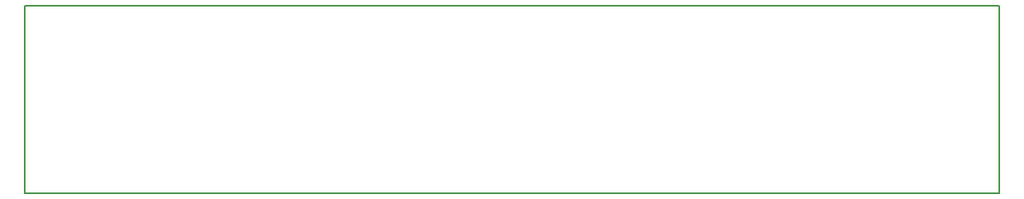
<source format=gbr>
G04 DipTrace 4.3.0.5*
G04 BoardOutline.gbr*
%MOMM*%
G04 #@! TF.FileFunction,Profile*
G04 #@! TF.Part,Single*
%ADD12C,0.14*%
%FSLAX35Y35*%
G04*
G71*
G90*
G75*
G01*
G04 BoardOutline*
%LPD*%
X5000000Y1777087D2*
D12*
Y-158750D1*
X-5000000D1*
Y1777100D1*
X5000000Y1777087D1*
M02*

</source>
